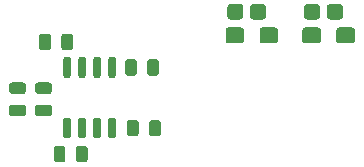
<source format=gtp>
G04 #@! TF.GenerationSoftware,KiCad,Pcbnew,(5.1.5-0)*
G04 #@! TF.CreationDate,2020-06-12T16:12:48+02:00*
G04 #@! TF.ProjectId,Ampli_IMS,416d706c-695f-4494-9d53-2e6b69636164,rev?*
G04 #@! TF.SameCoordinates,Original*
G04 #@! TF.FileFunction,Paste,Top*
G04 #@! TF.FilePolarity,Positive*
%FSLAX46Y46*%
G04 Gerber Fmt 4.6, Leading zero omitted, Abs format (unit mm)*
G04 Created by KiCad (PCBNEW (5.1.5-0)) date 2020-06-12 16:12:48*
%MOMM*%
%LPD*%
G04 APERTURE LIST*
%ADD10C,0.100000*%
G04 APERTURE END LIST*
D10*
G36*
X53562005Y-28826204D02*
G01*
X53586273Y-28829804D01*
X53610072Y-28835765D01*
X53633171Y-28844030D01*
X53655350Y-28854520D01*
X53676393Y-28867132D01*
X53696099Y-28881747D01*
X53714277Y-28898223D01*
X53730753Y-28916401D01*
X53745368Y-28936107D01*
X53757980Y-28957150D01*
X53768470Y-28979329D01*
X53776735Y-29002428D01*
X53782696Y-29026227D01*
X53786296Y-29050495D01*
X53787500Y-29074999D01*
X53787500Y-29925001D01*
X53786296Y-29949505D01*
X53782696Y-29973773D01*
X53776735Y-29997572D01*
X53768470Y-30020671D01*
X53757980Y-30042850D01*
X53745368Y-30063893D01*
X53730753Y-30083599D01*
X53714277Y-30101777D01*
X53696099Y-30118253D01*
X53676393Y-30132868D01*
X53655350Y-30145480D01*
X53633171Y-30155970D01*
X53610072Y-30164235D01*
X53586273Y-30170196D01*
X53562005Y-30173796D01*
X53537501Y-30175000D01*
X52462499Y-30175000D01*
X52437995Y-30173796D01*
X52413727Y-30170196D01*
X52389928Y-30164235D01*
X52366829Y-30155970D01*
X52344650Y-30145480D01*
X52323607Y-30132868D01*
X52303901Y-30118253D01*
X52285723Y-30101777D01*
X52269247Y-30083599D01*
X52254632Y-30063893D01*
X52242020Y-30042850D01*
X52231530Y-30020671D01*
X52223265Y-29997572D01*
X52217304Y-29973773D01*
X52213704Y-29949505D01*
X52212500Y-29925001D01*
X52212500Y-29074999D01*
X52213704Y-29050495D01*
X52217304Y-29026227D01*
X52223265Y-29002428D01*
X52231530Y-28979329D01*
X52242020Y-28957150D01*
X52254632Y-28936107D01*
X52269247Y-28916401D01*
X52285723Y-28898223D01*
X52303901Y-28881747D01*
X52323607Y-28867132D01*
X52344650Y-28854520D01*
X52366829Y-28844030D01*
X52389928Y-28835765D01*
X52413727Y-28829804D01*
X52437995Y-28826204D01*
X52462499Y-28825000D01*
X53537501Y-28825000D01*
X53562005Y-28826204D01*
G37*
G36*
X56437005Y-28826204D02*
G01*
X56461273Y-28829804D01*
X56485072Y-28835765D01*
X56508171Y-28844030D01*
X56530350Y-28854520D01*
X56551393Y-28867132D01*
X56571099Y-28881747D01*
X56589277Y-28898223D01*
X56605753Y-28916401D01*
X56620368Y-28936107D01*
X56632980Y-28957150D01*
X56643470Y-28979329D01*
X56651735Y-29002428D01*
X56657696Y-29026227D01*
X56661296Y-29050495D01*
X56662500Y-29074999D01*
X56662500Y-29925001D01*
X56661296Y-29949505D01*
X56657696Y-29973773D01*
X56651735Y-29997572D01*
X56643470Y-30020671D01*
X56632980Y-30042850D01*
X56620368Y-30063893D01*
X56605753Y-30083599D01*
X56589277Y-30101777D01*
X56571099Y-30118253D01*
X56551393Y-30132868D01*
X56530350Y-30145480D01*
X56508171Y-30155970D01*
X56485072Y-30164235D01*
X56461273Y-30170196D01*
X56437005Y-30173796D01*
X56412501Y-30175000D01*
X55337499Y-30175000D01*
X55312995Y-30173796D01*
X55288727Y-30170196D01*
X55264928Y-30164235D01*
X55241829Y-30155970D01*
X55219650Y-30145480D01*
X55198607Y-30132868D01*
X55178901Y-30118253D01*
X55160723Y-30101777D01*
X55144247Y-30083599D01*
X55129632Y-30063893D01*
X55117020Y-30042850D01*
X55106530Y-30020671D01*
X55098265Y-29997572D01*
X55092304Y-29973773D01*
X55088704Y-29949505D01*
X55087500Y-29925001D01*
X55087500Y-29074999D01*
X55088704Y-29050495D01*
X55092304Y-29026227D01*
X55098265Y-29002428D01*
X55106530Y-28979329D01*
X55117020Y-28957150D01*
X55129632Y-28936107D01*
X55144247Y-28916401D01*
X55160723Y-28898223D01*
X55178901Y-28881747D01*
X55198607Y-28867132D01*
X55219650Y-28854520D01*
X55241829Y-28844030D01*
X55264928Y-28835765D01*
X55288727Y-28829804D01*
X55312995Y-28826204D01*
X55337499Y-28825000D01*
X56412501Y-28825000D01*
X56437005Y-28826204D01*
G37*
G36*
X53474504Y-26851204D02*
G01*
X53498773Y-26854804D01*
X53522571Y-26860765D01*
X53545671Y-26869030D01*
X53567849Y-26879520D01*
X53588893Y-26892133D01*
X53608598Y-26906747D01*
X53626777Y-26923223D01*
X53643253Y-26941402D01*
X53657867Y-26961107D01*
X53670480Y-26982151D01*
X53680970Y-27004329D01*
X53689235Y-27027429D01*
X53695196Y-27051227D01*
X53698796Y-27075496D01*
X53700000Y-27100000D01*
X53700000Y-27900000D01*
X53698796Y-27924504D01*
X53695196Y-27948773D01*
X53689235Y-27972571D01*
X53680970Y-27995671D01*
X53670480Y-28017849D01*
X53657867Y-28038893D01*
X53643253Y-28058598D01*
X53626777Y-28076777D01*
X53608598Y-28093253D01*
X53588893Y-28107867D01*
X53567849Y-28120480D01*
X53545671Y-28130970D01*
X53522571Y-28139235D01*
X53498773Y-28145196D01*
X53474504Y-28148796D01*
X53450000Y-28150000D01*
X52625000Y-28150000D01*
X52600496Y-28148796D01*
X52576227Y-28145196D01*
X52552429Y-28139235D01*
X52529329Y-28130970D01*
X52507151Y-28120480D01*
X52486107Y-28107867D01*
X52466402Y-28093253D01*
X52448223Y-28076777D01*
X52431747Y-28058598D01*
X52417133Y-28038893D01*
X52404520Y-28017849D01*
X52394030Y-27995671D01*
X52385765Y-27972571D01*
X52379804Y-27948773D01*
X52376204Y-27924504D01*
X52375000Y-27900000D01*
X52375000Y-27100000D01*
X52376204Y-27075496D01*
X52379804Y-27051227D01*
X52385765Y-27027429D01*
X52394030Y-27004329D01*
X52404520Y-26982151D01*
X52417133Y-26961107D01*
X52431747Y-26941402D01*
X52448223Y-26923223D01*
X52466402Y-26906747D01*
X52486107Y-26892133D01*
X52507151Y-26879520D01*
X52529329Y-26869030D01*
X52552429Y-26860765D01*
X52576227Y-26854804D01*
X52600496Y-26851204D01*
X52625000Y-26850000D01*
X53450000Y-26850000D01*
X53474504Y-26851204D01*
G37*
G36*
X55399504Y-26851204D02*
G01*
X55423773Y-26854804D01*
X55447571Y-26860765D01*
X55470671Y-26869030D01*
X55492849Y-26879520D01*
X55513893Y-26892133D01*
X55533598Y-26906747D01*
X55551777Y-26923223D01*
X55568253Y-26941402D01*
X55582867Y-26961107D01*
X55595480Y-26982151D01*
X55605970Y-27004329D01*
X55614235Y-27027429D01*
X55620196Y-27051227D01*
X55623796Y-27075496D01*
X55625000Y-27100000D01*
X55625000Y-27900000D01*
X55623796Y-27924504D01*
X55620196Y-27948773D01*
X55614235Y-27972571D01*
X55605970Y-27995671D01*
X55595480Y-28017849D01*
X55582867Y-28038893D01*
X55568253Y-28058598D01*
X55551777Y-28076777D01*
X55533598Y-28093253D01*
X55513893Y-28107867D01*
X55492849Y-28120480D01*
X55470671Y-28130970D01*
X55447571Y-28139235D01*
X55423773Y-28145196D01*
X55399504Y-28148796D01*
X55375000Y-28150000D01*
X54550000Y-28150000D01*
X54525496Y-28148796D01*
X54501227Y-28145196D01*
X54477429Y-28139235D01*
X54454329Y-28130970D01*
X54432151Y-28120480D01*
X54411107Y-28107867D01*
X54391402Y-28093253D01*
X54373223Y-28076777D01*
X54356747Y-28058598D01*
X54342133Y-28038893D01*
X54329520Y-28017849D01*
X54319030Y-27995671D01*
X54310765Y-27972571D01*
X54304804Y-27948773D01*
X54301204Y-27924504D01*
X54300000Y-27900000D01*
X54300000Y-27100000D01*
X54301204Y-27075496D01*
X54304804Y-27051227D01*
X54310765Y-27027429D01*
X54319030Y-27004329D01*
X54329520Y-26982151D01*
X54342133Y-26961107D01*
X54356747Y-26941402D01*
X54373223Y-26923223D01*
X54391402Y-26906747D01*
X54411107Y-26892133D01*
X54432151Y-26879520D01*
X54454329Y-26869030D01*
X54477429Y-26860765D01*
X54501227Y-26854804D01*
X54525496Y-26851204D01*
X54550000Y-26850000D01*
X55375000Y-26850000D01*
X55399504Y-26851204D01*
G37*
G36*
X61899504Y-26851204D02*
G01*
X61923773Y-26854804D01*
X61947571Y-26860765D01*
X61970671Y-26869030D01*
X61992849Y-26879520D01*
X62013893Y-26892133D01*
X62033598Y-26906747D01*
X62051777Y-26923223D01*
X62068253Y-26941402D01*
X62082867Y-26961107D01*
X62095480Y-26982151D01*
X62105970Y-27004329D01*
X62114235Y-27027429D01*
X62120196Y-27051227D01*
X62123796Y-27075496D01*
X62125000Y-27100000D01*
X62125000Y-27900000D01*
X62123796Y-27924504D01*
X62120196Y-27948773D01*
X62114235Y-27972571D01*
X62105970Y-27995671D01*
X62095480Y-28017849D01*
X62082867Y-28038893D01*
X62068253Y-28058598D01*
X62051777Y-28076777D01*
X62033598Y-28093253D01*
X62013893Y-28107867D01*
X61992849Y-28120480D01*
X61970671Y-28130970D01*
X61947571Y-28139235D01*
X61923773Y-28145196D01*
X61899504Y-28148796D01*
X61875000Y-28150000D01*
X61050000Y-28150000D01*
X61025496Y-28148796D01*
X61001227Y-28145196D01*
X60977429Y-28139235D01*
X60954329Y-28130970D01*
X60932151Y-28120480D01*
X60911107Y-28107867D01*
X60891402Y-28093253D01*
X60873223Y-28076777D01*
X60856747Y-28058598D01*
X60842133Y-28038893D01*
X60829520Y-28017849D01*
X60819030Y-27995671D01*
X60810765Y-27972571D01*
X60804804Y-27948773D01*
X60801204Y-27924504D01*
X60800000Y-27900000D01*
X60800000Y-27100000D01*
X60801204Y-27075496D01*
X60804804Y-27051227D01*
X60810765Y-27027429D01*
X60819030Y-27004329D01*
X60829520Y-26982151D01*
X60842133Y-26961107D01*
X60856747Y-26941402D01*
X60873223Y-26923223D01*
X60891402Y-26906747D01*
X60911107Y-26892133D01*
X60932151Y-26879520D01*
X60954329Y-26869030D01*
X60977429Y-26860765D01*
X61001227Y-26854804D01*
X61025496Y-26851204D01*
X61050000Y-26850000D01*
X61875000Y-26850000D01*
X61899504Y-26851204D01*
G37*
G36*
X59974504Y-26851204D02*
G01*
X59998773Y-26854804D01*
X60022571Y-26860765D01*
X60045671Y-26869030D01*
X60067849Y-26879520D01*
X60088893Y-26892133D01*
X60108598Y-26906747D01*
X60126777Y-26923223D01*
X60143253Y-26941402D01*
X60157867Y-26961107D01*
X60170480Y-26982151D01*
X60180970Y-27004329D01*
X60189235Y-27027429D01*
X60195196Y-27051227D01*
X60198796Y-27075496D01*
X60200000Y-27100000D01*
X60200000Y-27900000D01*
X60198796Y-27924504D01*
X60195196Y-27948773D01*
X60189235Y-27972571D01*
X60180970Y-27995671D01*
X60170480Y-28017849D01*
X60157867Y-28038893D01*
X60143253Y-28058598D01*
X60126777Y-28076777D01*
X60108598Y-28093253D01*
X60088893Y-28107867D01*
X60067849Y-28120480D01*
X60045671Y-28130970D01*
X60022571Y-28139235D01*
X59998773Y-28145196D01*
X59974504Y-28148796D01*
X59950000Y-28150000D01*
X59125000Y-28150000D01*
X59100496Y-28148796D01*
X59076227Y-28145196D01*
X59052429Y-28139235D01*
X59029329Y-28130970D01*
X59007151Y-28120480D01*
X58986107Y-28107867D01*
X58966402Y-28093253D01*
X58948223Y-28076777D01*
X58931747Y-28058598D01*
X58917133Y-28038893D01*
X58904520Y-28017849D01*
X58894030Y-27995671D01*
X58885765Y-27972571D01*
X58879804Y-27948773D01*
X58876204Y-27924504D01*
X58875000Y-27900000D01*
X58875000Y-27100000D01*
X58876204Y-27075496D01*
X58879804Y-27051227D01*
X58885765Y-27027429D01*
X58894030Y-27004329D01*
X58904520Y-26982151D01*
X58917133Y-26961107D01*
X58931747Y-26941402D01*
X58948223Y-26923223D01*
X58966402Y-26906747D01*
X58986107Y-26892133D01*
X59007151Y-26879520D01*
X59029329Y-26869030D01*
X59052429Y-26860765D01*
X59076227Y-26854804D01*
X59100496Y-26851204D01*
X59125000Y-26850000D01*
X59950000Y-26850000D01*
X59974504Y-26851204D01*
G37*
G36*
X62937005Y-28826204D02*
G01*
X62961273Y-28829804D01*
X62985072Y-28835765D01*
X63008171Y-28844030D01*
X63030350Y-28854520D01*
X63051393Y-28867132D01*
X63071099Y-28881747D01*
X63089277Y-28898223D01*
X63105753Y-28916401D01*
X63120368Y-28936107D01*
X63132980Y-28957150D01*
X63143470Y-28979329D01*
X63151735Y-29002428D01*
X63157696Y-29026227D01*
X63161296Y-29050495D01*
X63162500Y-29074999D01*
X63162500Y-29925001D01*
X63161296Y-29949505D01*
X63157696Y-29973773D01*
X63151735Y-29997572D01*
X63143470Y-30020671D01*
X63132980Y-30042850D01*
X63120368Y-30063893D01*
X63105753Y-30083599D01*
X63089277Y-30101777D01*
X63071099Y-30118253D01*
X63051393Y-30132868D01*
X63030350Y-30145480D01*
X63008171Y-30155970D01*
X62985072Y-30164235D01*
X62961273Y-30170196D01*
X62937005Y-30173796D01*
X62912501Y-30175000D01*
X61837499Y-30175000D01*
X61812995Y-30173796D01*
X61788727Y-30170196D01*
X61764928Y-30164235D01*
X61741829Y-30155970D01*
X61719650Y-30145480D01*
X61698607Y-30132868D01*
X61678901Y-30118253D01*
X61660723Y-30101777D01*
X61644247Y-30083599D01*
X61629632Y-30063893D01*
X61617020Y-30042850D01*
X61606530Y-30020671D01*
X61598265Y-29997572D01*
X61592304Y-29973773D01*
X61588704Y-29949505D01*
X61587500Y-29925001D01*
X61587500Y-29074999D01*
X61588704Y-29050495D01*
X61592304Y-29026227D01*
X61598265Y-29002428D01*
X61606530Y-28979329D01*
X61617020Y-28957150D01*
X61629632Y-28936107D01*
X61644247Y-28916401D01*
X61660723Y-28898223D01*
X61678901Y-28881747D01*
X61698607Y-28867132D01*
X61719650Y-28854520D01*
X61741829Y-28844030D01*
X61764928Y-28835765D01*
X61788727Y-28829804D01*
X61812995Y-28826204D01*
X61837499Y-28825000D01*
X62912501Y-28825000D01*
X62937005Y-28826204D01*
G37*
G36*
X60062005Y-28826204D02*
G01*
X60086273Y-28829804D01*
X60110072Y-28835765D01*
X60133171Y-28844030D01*
X60155350Y-28854520D01*
X60176393Y-28867132D01*
X60196099Y-28881747D01*
X60214277Y-28898223D01*
X60230753Y-28916401D01*
X60245368Y-28936107D01*
X60257980Y-28957150D01*
X60268470Y-28979329D01*
X60276735Y-29002428D01*
X60282696Y-29026227D01*
X60286296Y-29050495D01*
X60287500Y-29074999D01*
X60287500Y-29925001D01*
X60286296Y-29949505D01*
X60282696Y-29973773D01*
X60276735Y-29997572D01*
X60268470Y-30020671D01*
X60257980Y-30042850D01*
X60245368Y-30063893D01*
X60230753Y-30083599D01*
X60214277Y-30101777D01*
X60196099Y-30118253D01*
X60176393Y-30132868D01*
X60155350Y-30145480D01*
X60133171Y-30155970D01*
X60110072Y-30164235D01*
X60086273Y-30170196D01*
X60062005Y-30173796D01*
X60037501Y-30175000D01*
X58962499Y-30175000D01*
X58937995Y-30173796D01*
X58913727Y-30170196D01*
X58889928Y-30164235D01*
X58866829Y-30155970D01*
X58844650Y-30145480D01*
X58823607Y-30132868D01*
X58803901Y-30118253D01*
X58785723Y-30101777D01*
X58769247Y-30083599D01*
X58754632Y-30063893D01*
X58742020Y-30042850D01*
X58731530Y-30020671D01*
X58723265Y-29997572D01*
X58717304Y-29973773D01*
X58713704Y-29949505D01*
X58712500Y-29925001D01*
X58712500Y-29074999D01*
X58713704Y-29050495D01*
X58717304Y-29026227D01*
X58723265Y-29002428D01*
X58731530Y-28979329D01*
X58742020Y-28957150D01*
X58754632Y-28936107D01*
X58769247Y-28916401D01*
X58785723Y-28898223D01*
X58803901Y-28881747D01*
X58823607Y-28867132D01*
X58844650Y-28854520D01*
X58866829Y-28844030D01*
X58889928Y-28835765D01*
X58913727Y-28829804D01*
X58937995Y-28826204D01*
X58962499Y-28825000D01*
X60037501Y-28825000D01*
X60062005Y-28826204D01*
G37*
G36*
X42764703Y-31325722D02*
G01*
X42779264Y-31327882D01*
X42793543Y-31331459D01*
X42807403Y-31336418D01*
X42820710Y-31342712D01*
X42833336Y-31350280D01*
X42845159Y-31359048D01*
X42856066Y-31368934D01*
X42865952Y-31379841D01*
X42874720Y-31391664D01*
X42882288Y-31404290D01*
X42888582Y-31417597D01*
X42893541Y-31431457D01*
X42897118Y-31445736D01*
X42899278Y-31460297D01*
X42900000Y-31475000D01*
X42900000Y-32925000D01*
X42899278Y-32939703D01*
X42897118Y-32954264D01*
X42893541Y-32968543D01*
X42888582Y-32982403D01*
X42882288Y-32995710D01*
X42874720Y-33008336D01*
X42865952Y-33020159D01*
X42856066Y-33031066D01*
X42845159Y-33040952D01*
X42833336Y-33049720D01*
X42820710Y-33057288D01*
X42807403Y-33063582D01*
X42793543Y-33068541D01*
X42779264Y-33072118D01*
X42764703Y-33074278D01*
X42750000Y-33075000D01*
X42450000Y-33075000D01*
X42435297Y-33074278D01*
X42420736Y-33072118D01*
X42406457Y-33068541D01*
X42392597Y-33063582D01*
X42379290Y-33057288D01*
X42366664Y-33049720D01*
X42354841Y-33040952D01*
X42343934Y-33031066D01*
X42334048Y-33020159D01*
X42325280Y-33008336D01*
X42317712Y-32995710D01*
X42311418Y-32982403D01*
X42306459Y-32968543D01*
X42302882Y-32954264D01*
X42300722Y-32939703D01*
X42300000Y-32925000D01*
X42300000Y-31475000D01*
X42300722Y-31460297D01*
X42302882Y-31445736D01*
X42306459Y-31431457D01*
X42311418Y-31417597D01*
X42317712Y-31404290D01*
X42325280Y-31391664D01*
X42334048Y-31379841D01*
X42343934Y-31368934D01*
X42354841Y-31359048D01*
X42366664Y-31350280D01*
X42379290Y-31342712D01*
X42392597Y-31336418D01*
X42406457Y-31331459D01*
X42420736Y-31327882D01*
X42435297Y-31325722D01*
X42450000Y-31325000D01*
X42750000Y-31325000D01*
X42764703Y-31325722D01*
G37*
G36*
X41494703Y-31325722D02*
G01*
X41509264Y-31327882D01*
X41523543Y-31331459D01*
X41537403Y-31336418D01*
X41550710Y-31342712D01*
X41563336Y-31350280D01*
X41575159Y-31359048D01*
X41586066Y-31368934D01*
X41595952Y-31379841D01*
X41604720Y-31391664D01*
X41612288Y-31404290D01*
X41618582Y-31417597D01*
X41623541Y-31431457D01*
X41627118Y-31445736D01*
X41629278Y-31460297D01*
X41630000Y-31475000D01*
X41630000Y-32925000D01*
X41629278Y-32939703D01*
X41627118Y-32954264D01*
X41623541Y-32968543D01*
X41618582Y-32982403D01*
X41612288Y-32995710D01*
X41604720Y-33008336D01*
X41595952Y-33020159D01*
X41586066Y-33031066D01*
X41575159Y-33040952D01*
X41563336Y-33049720D01*
X41550710Y-33057288D01*
X41537403Y-33063582D01*
X41523543Y-33068541D01*
X41509264Y-33072118D01*
X41494703Y-33074278D01*
X41480000Y-33075000D01*
X41180000Y-33075000D01*
X41165297Y-33074278D01*
X41150736Y-33072118D01*
X41136457Y-33068541D01*
X41122597Y-33063582D01*
X41109290Y-33057288D01*
X41096664Y-33049720D01*
X41084841Y-33040952D01*
X41073934Y-33031066D01*
X41064048Y-33020159D01*
X41055280Y-33008336D01*
X41047712Y-32995710D01*
X41041418Y-32982403D01*
X41036459Y-32968543D01*
X41032882Y-32954264D01*
X41030722Y-32939703D01*
X41030000Y-32925000D01*
X41030000Y-31475000D01*
X41030722Y-31460297D01*
X41032882Y-31445736D01*
X41036459Y-31431457D01*
X41041418Y-31417597D01*
X41047712Y-31404290D01*
X41055280Y-31391664D01*
X41064048Y-31379841D01*
X41073934Y-31368934D01*
X41084841Y-31359048D01*
X41096664Y-31350280D01*
X41109290Y-31342712D01*
X41122597Y-31336418D01*
X41136457Y-31331459D01*
X41150736Y-31327882D01*
X41165297Y-31325722D01*
X41180000Y-31325000D01*
X41480000Y-31325000D01*
X41494703Y-31325722D01*
G37*
G36*
X40224703Y-31325722D02*
G01*
X40239264Y-31327882D01*
X40253543Y-31331459D01*
X40267403Y-31336418D01*
X40280710Y-31342712D01*
X40293336Y-31350280D01*
X40305159Y-31359048D01*
X40316066Y-31368934D01*
X40325952Y-31379841D01*
X40334720Y-31391664D01*
X40342288Y-31404290D01*
X40348582Y-31417597D01*
X40353541Y-31431457D01*
X40357118Y-31445736D01*
X40359278Y-31460297D01*
X40360000Y-31475000D01*
X40360000Y-32925000D01*
X40359278Y-32939703D01*
X40357118Y-32954264D01*
X40353541Y-32968543D01*
X40348582Y-32982403D01*
X40342288Y-32995710D01*
X40334720Y-33008336D01*
X40325952Y-33020159D01*
X40316066Y-33031066D01*
X40305159Y-33040952D01*
X40293336Y-33049720D01*
X40280710Y-33057288D01*
X40267403Y-33063582D01*
X40253543Y-33068541D01*
X40239264Y-33072118D01*
X40224703Y-33074278D01*
X40210000Y-33075000D01*
X39910000Y-33075000D01*
X39895297Y-33074278D01*
X39880736Y-33072118D01*
X39866457Y-33068541D01*
X39852597Y-33063582D01*
X39839290Y-33057288D01*
X39826664Y-33049720D01*
X39814841Y-33040952D01*
X39803934Y-33031066D01*
X39794048Y-33020159D01*
X39785280Y-33008336D01*
X39777712Y-32995710D01*
X39771418Y-32982403D01*
X39766459Y-32968543D01*
X39762882Y-32954264D01*
X39760722Y-32939703D01*
X39760000Y-32925000D01*
X39760000Y-31475000D01*
X39760722Y-31460297D01*
X39762882Y-31445736D01*
X39766459Y-31431457D01*
X39771418Y-31417597D01*
X39777712Y-31404290D01*
X39785280Y-31391664D01*
X39794048Y-31379841D01*
X39803934Y-31368934D01*
X39814841Y-31359048D01*
X39826664Y-31350280D01*
X39839290Y-31342712D01*
X39852597Y-31336418D01*
X39866457Y-31331459D01*
X39880736Y-31327882D01*
X39895297Y-31325722D01*
X39910000Y-31325000D01*
X40210000Y-31325000D01*
X40224703Y-31325722D01*
G37*
G36*
X38954703Y-31325722D02*
G01*
X38969264Y-31327882D01*
X38983543Y-31331459D01*
X38997403Y-31336418D01*
X39010710Y-31342712D01*
X39023336Y-31350280D01*
X39035159Y-31359048D01*
X39046066Y-31368934D01*
X39055952Y-31379841D01*
X39064720Y-31391664D01*
X39072288Y-31404290D01*
X39078582Y-31417597D01*
X39083541Y-31431457D01*
X39087118Y-31445736D01*
X39089278Y-31460297D01*
X39090000Y-31475000D01*
X39090000Y-32925000D01*
X39089278Y-32939703D01*
X39087118Y-32954264D01*
X39083541Y-32968543D01*
X39078582Y-32982403D01*
X39072288Y-32995710D01*
X39064720Y-33008336D01*
X39055952Y-33020159D01*
X39046066Y-33031066D01*
X39035159Y-33040952D01*
X39023336Y-33049720D01*
X39010710Y-33057288D01*
X38997403Y-33063582D01*
X38983543Y-33068541D01*
X38969264Y-33072118D01*
X38954703Y-33074278D01*
X38940000Y-33075000D01*
X38640000Y-33075000D01*
X38625297Y-33074278D01*
X38610736Y-33072118D01*
X38596457Y-33068541D01*
X38582597Y-33063582D01*
X38569290Y-33057288D01*
X38556664Y-33049720D01*
X38544841Y-33040952D01*
X38533934Y-33031066D01*
X38524048Y-33020159D01*
X38515280Y-33008336D01*
X38507712Y-32995710D01*
X38501418Y-32982403D01*
X38496459Y-32968543D01*
X38492882Y-32954264D01*
X38490722Y-32939703D01*
X38490000Y-32925000D01*
X38490000Y-31475000D01*
X38490722Y-31460297D01*
X38492882Y-31445736D01*
X38496459Y-31431457D01*
X38501418Y-31417597D01*
X38507712Y-31404290D01*
X38515280Y-31391664D01*
X38524048Y-31379841D01*
X38533934Y-31368934D01*
X38544841Y-31359048D01*
X38556664Y-31350280D01*
X38569290Y-31342712D01*
X38582597Y-31336418D01*
X38596457Y-31331459D01*
X38610736Y-31327882D01*
X38625297Y-31325722D01*
X38640000Y-31325000D01*
X38940000Y-31325000D01*
X38954703Y-31325722D01*
G37*
G36*
X38954703Y-36475722D02*
G01*
X38969264Y-36477882D01*
X38983543Y-36481459D01*
X38997403Y-36486418D01*
X39010710Y-36492712D01*
X39023336Y-36500280D01*
X39035159Y-36509048D01*
X39046066Y-36518934D01*
X39055952Y-36529841D01*
X39064720Y-36541664D01*
X39072288Y-36554290D01*
X39078582Y-36567597D01*
X39083541Y-36581457D01*
X39087118Y-36595736D01*
X39089278Y-36610297D01*
X39090000Y-36625000D01*
X39090000Y-38075000D01*
X39089278Y-38089703D01*
X39087118Y-38104264D01*
X39083541Y-38118543D01*
X39078582Y-38132403D01*
X39072288Y-38145710D01*
X39064720Y-38158336D01*
X39055952Y-38170159D01*
X39046066Y-38181066D01*
X39035159Y-38190952D01*
X39023336Y-38199720D01*
X39010710Y-38207288D01*
X38997403Y-38213582D01*
X38983543Y-38218541D01*
X38969264Y-38222118D01*
X38954703Y-38224278D01*
X38940000Y-38225000D01*
X38640000Y-38225000D01*
X38625297Y-38224278D01*
X38610736Y-38222118D01*
X38596457Y-38218541D01*
X38582597Y-38213582D01*
X38569290Y-38207288D01*
X38556664Y-38199720D01*
X38544841Y-38190952D01*
X38533934Y-38181066D01*
X38524048Y-38170159D01*
X38515280Y-38158336D01*
X38507712Y-38145710D01*
X38501418Y-38132403D01*
X38496459Y-38118543D01*
X38492882Y-38104264D01*
X38490722Y-38089703D01*
X38490000Y-38075000D01*
X38490000Y-36625000D01*
X38490722Y-36610297D01*
X38492882Y-36595736D01*
X38496459Y-36581457D01*
X38501418Y-36567597D01*
X38507712Y-36554290D01*
X38515280Y-36541664D01*
X38524048Y-36529841D01*
X38533934Y-36518934D01*
X38544841Y-36509048D01*
X38556664Y-36500280D01*
X38569290Y-36492712D01*
X38582597Y-36486418D01*
X38596457Y-36481459D01*
X38610736Y-36477882D01*
X38625297Y-36475722D01*
X38640000Y-36475000D01*
X38940000Y-36475000D01*
X38954703Y-36475722D01*
G37*
G36*
X40224703Y-36475722D02*
G01*
X40239264Y-36477882D01*
X40253543Y-36481459D01*
X40267403Y-36486418D01*
X40280710Y-36492712D01*
X40293336Y-36500280D01*
X40305159Y-36509048D01*
X40316066Y-36518934D01*
X40325952Y-36529841D01*
X40334720Y-36541664D01*
X40342288Y-36554290D01*
X40348582Y-36567597D01*
X40353541Y-36581457D01*
X40357118Y-36595736D01*
X40359278Y-36610297D01*
X40360000Y-36625000D01*
X40360000Y-38075000D01*
X40359278Y-38089703D01*
X40357118Y-38104264D01*
X40353541Y-38118543D01*
X40348582Y-38132403D01*
X40342288Y-38145710D01*
X40334720Y-38158336D01*
X40325952Y-38170159D01*
X40316066Y-38181066D01*
X40305159Y-38190952D01*
X40293336Y-38199720D01*
X40280710Y-38207288D01*
X40267403Y-38213582D01*
X40253543Y-38218541D01*
X40239264Y-38222118D01*
X40224703Y-38224278D01*
X40210000Y-38225000D01*
X39910000Y-38225000D01*
X39895297Y-38224278D01*
X39880736Y-38222118D01*
X39866457Y-38218541D01*
X39852597Y-38213582D01*
X39839290Y-38207288D01*
X39826664Y-38199720D01*
X39814841Y-38190952D01*
X39803934Y-38181066D01*
X39794048Y-38170159D01*
X39785280Y-38158336D01*
X39777712Y-38145710D01*
X39771418Y-38132403D01*
X39766459Y-38118543D01*
X39762882Y-38104264D01*
X39760722Y-38089703D01*
X39760000Y-38075000D01*
X39760000Y-36625000D01*
X39760722Y-36610297D01*
X39762882Y-36595736D01*
X39766459Y-36581457D01*
X39771418Y-36567597D01*
X39777712Y-36554290D01*
X39785280Y-36541664D01*
X39794048Y-36529841D01*
X39803934Y-36518934D01*
X39814841Y-36509048D01*
X39826664Y-36500280D01*
X39839290Y-36492712D01*
X39852597Y-36486418D01*
X39866457Y-36481459D01*
X39880736Y-36477882D01*
X39895297Y-36475722D01*
X39910000Y-36475000D01*
X40210000Y-36475000D01*
X40224703Y-36475722D01*
G37*
G36*
X41494703Y-36475722D02*
G01*
X41509264Y-36477882D01*
X41523543Y-36481459D01*
X41537403Y-36486418D01*
X41550710Y-36492712D01*
X41563336Y-36500280D01*
X41575159Y-36509048D01*
X41586066Y-36518934D01*
X41595952Y-36529841D01*
X41604720Y-36541664D01*
X41612288Y-36554290D01*
X41618582Y-36567597D01*
X41623541Y-36581457D01*
X41627118Y-36595736D01*
X41629278Y-36610297D01*
X41630000Y-36625000D01*
X41630000Y-38075000D01*
X41629278Y-38089703D01*
X41627118Y-38104264D01*
X41623541Y-38118543D01*
X41618582Y-38132403D01*
X41612288Y-38145710D01*
X41604720Y-38158336D01*
X41595952Y-38170159D01*
X41586066Y-38181066D01*
X41575159Y-38190952D01*
X41563336Y-38199720D01*
X41550710Y-38207288D01*
X41537403Y-38213582D01*
X41523543Y-38218541D01*
X41509264Y-38222118D01*
X41494703Y-38224278D01*
X41480000Y-38225000D01*
X41180000Y-38225000D01*
X41165297Y-38224278D01*
X41150736Y-38222118D01*
X41136457Y-38218541D01*
X41122597Y-38213582D01*
X41109290Y-38207288D01*
X41096664Y-38199720D01*
X41084841Y-38190952D01*
X41073934Y-38181066D01*
X41064048Y-38170159D01*
X41055280Y-38158336D01*
X41047712Y-38145710D01*
X41041418Y-38132403D01*
X41036459Y-38118543D01*
X41032882Y-38104264D01*
X41030722Y-38089703D01*
X41030000Y-38075000D01*
X41030000Y-36625000D01*
X41030722Y-36610297D01*
X41032882Y-36595736D01*
X41036459Y-36581457D01*
X41041418Y-36567597D01*
X41047712Y-36554290D01*
X41055280Y-36541664D01*
X41064048Y-36529841D01*
X41073934Y-36518934D01*
X41084841Y-36509048D01*
X41096664Y-36500280D01*
X41109290Y-36492712D01*
X41122597Y-36486418D01*
X41136457Y-36481459D01*
X41150736Y-36477882D01*
X41165297Y-36475722D01*
X41180000Y-36475000D01*
X41480000Y-36475000D01*
X41494703Y-36475722D01*
G37*
G36*
X42764703Y-36475722D02*
G01*
X42779264Y-36477882D01*
X42793543Y-36481459D01*
X42807403Y-36486418D01*
X42820710Y-36492712D01*
X42833336Y-36500280D01*
X42845159Y-36509048D01*
X42856066Y-36518934D01*
X42865952Y-36529841D01*
X42874720Y-36541664D01*
X42882288Y-36554290D01*
X42888582Y-36567597D01*
X42893541Y-36581457D01*
X42897118Y-36595736D01*
X42899278Y-36610297D01*
X42900000Y-36625000D01*
X42900000Y-38075000D01*
X42899278Y-38089703D01*
X42897118Y-38104264D01*
X42893541Y-38118543D01*
X42888582Y-38132403D01*
X42882288Y-38145710D01*
X42874720Y-38158336D01*
X42865952Y-38170159D01*
X42856066Y-38181066D01*
X42845159Y-38190952D01*
X42833336Y-38199720D01*
X42820710Y-38207288D01*
X42807403Y-38213582D01*
X42793543Y-38218541D01*
X42779264Y-38222118D01*
X42764703Y-38224278D01*
X42750000Y-38225000D01*
X42450000Y-38225000D01*
X42435297Y-38224278D01*
X42420736Y-38222118D01*
X42406457Y-38218541D01*
X42392597Y-38213582D01*
X42379290Y-38207288D01*
X42366664Y-38199720D01*
X42354841Y-38190952D01*
X42343934Y-38181066D01*
X42334048Y-38170159D01*
X42325280Y-38158336D01*
X42317712Y-38145710D01*
X42311418Y-38132403D01*
X42306459Y-38118543D01*
X42302882Y-38104264D01*
X42300722Y-38089703D01*
X42300000Y-38075000D01*
X42300000Y-36625000D01*
X42300722Y-36610297D01*
X42302882Y-36595736D01*
X42306459Y-36581457D01*
X42311418Y-36567597D01*
X42317712Y-36554290D01*
X42325280Y-36541664D01*
X42334048Y-36529841D01*
X42343934Y-36518934D01*
X42354841Y-36509048D01*
X42366664Y-36500280D01*
X42379290Y-36492712D01*
X42392597Y-36486418D01*
X42406457Y-36481459D01*
X42420736Y-36477882D01*
X42435297Y-36475722D01*
X42450000Y-36475000D01*
X42750000Y-36475000D01*
X42764703Y-36475722D01*
G37*
G36*
X44467642Y-31501174D02*
G01*
X44491303Y-31504684D01*
X44514507Y-31510496D01*
X44537029Y-31518554D01*
X44558653Y-31528782D01*
X44579170Y-31541079D01*
X44598383Y-31555329D01*
X44616107Y-31571393D01*
X44632171Y-31589117D01*
X44646421Y-31608330D01*
X44658718Y-31628847D01*
X44668946Y-31650471D01*
X44677004Y-31672993D01*
X44682816Y-31696197D01*
X44686326Y-31719858D01*
X44687500Y-31743750D01*
X44687500Y-32656250D01*
X44686326Y-32680142D01*
X44682816Y-32703803D01*
X44677004Y-32727007D01*
X44668946Y-32749529D01*
X44658718Y-32771153D01*
X44646421Y-32791670D01*
X44632171Y-32810883D01*
X44616107Y-32828607D01*
X44598383Y-32844671D01*
X44579170Y-32858921D01*
X44558653Y-32871218D01*
X44537029Y-32881446D01*
X44514507Y-32889504D01*
X44491303Y-32895316D01*
X44467642Y-32898826D01*
X44443750Y-32900000D01*
X43956250Y-32900000D01*
X43932358Y-32898826D01*
X43908697Y-32895316D01*
X43885493Y-32889504D01*
X43862971Y-32881446D01*
X43841347Y-32871218D01*
X43820830Y-32858921D01*
X43801617Y-32844671D01*
X43783893Y-32828607D01*
X43767829Y-32810883D01*
X43753579Y-32791670D01*
X43741282Y-32771153D01*
X43731054Y-32749529D01*
X43722996Y-32727007D01*
X43717184Y-32703803D01*
X43713674Y-32680142D01*
X43712500Y-32656250D01*
X43712500Y-31743750D01*
X43713674Y-31719858D01*
X43717184Y-31696197D01*
X43722996Y-31672993D01*
X43731054Y-31650471D01*
X43741282Y-31628847D01*
X43753579Y-31608330D01*
X43767829Y-31589117D01*
X43783893Y-31571393D01*
X43801617Y-31555329D01*
X43820830Y-31541079D01*
X43841347Y-31528782D01*
X43862971Y-31518554D01*
X43885493Y-31510496D01*
X43908697Y-31504684D01*
X43932358Y-31501174D01*
X43956250Y-31500000D01*
X44443750Y-31500000D01*
X44467642Y-31501174D01*
G37*
G36*
X46342642Y-31501174D02*
G01*
X46366303Y-31504684D01*
X46389507Y-31510496D01*
X46412029Y-31518554D01*
X46433653Y-31528782D01*
X46454170Y-31541079D01*
X46473383Y-31555329D01*
X46491107Y-31571393D01*
X46507171Y-31589117D01*
X46521421Y-31608330D01*
X46533718Y-31628847D01*
X46543946Y-31650471D01*
X46552004Y-31672993D01*
X46557816Y-31696197D01*
X46561326Y-31719858D01*
X46562500Y-31743750D01*
X46562500Y-32656250D01*
X46561326Y-32680142D01*
X46557816Y-32703803D01*
X46552004Y-32727007D01*
X46543946Y-32749529D01*
X46533718Y-32771153D01*
X46521421Y-32791670D01*
X46507171Y-32810883D01*
X46491107Y-32828607D01*
X46473383Y-32844671D01*
X46454170Y-32858921D01*
X46433653Y-32871218D01*
X46412029Y-32881446D01*
X46389507Y-32889504D01*
X46366303Y-32895316D01*
X46342642Y-32898826D01*
X46318750Y-32900000D01*
X45831250Y-32900000D01*
X45807358Y-32898826D01*
X45783697Y-32895316D01*
X45760493Y-32889504D01*
X45737971Y-32881446D01*
X45716347Y-32871218D01*
X45695830Y-32858921D01*
X45676617Y-32844671D01*
X45658893Y-32828607D01*
X45642829Y-32810883D01*
X45628579Y-32791670D01*
X45616282Y-32771153D01*
X45606054Y-32749529D01*
X45597996Y-32727007D01*
X45592184Y-32703803D01*
X45588674Y-32680142D01*
X45587500Y-32656250D01*
X45587500Y-31743750D01*
X45588674Y-31719858D01*
X45592184Y-31696197D01*
X45597996Y-31672993D01*
X45606054Y-31650471D01*
X45616282Y-31628847D01*
X45628579Y-31608330D01*
X45642829Y-31589117D01*
X45658893Y-31571393D01*
X45676617Y-31555329D01*
X45695830Y-31541079D01*
X45716347Y-31528782D01*
X45737971Y-31518554D01*
X45760493Y-31510496D01*
X45783697Y-31504684D01*
X45807358Y-31501174D01*
X45831250Y-31500000D01*
X46318750Y-31500000D01*
X46342642Y-31501174D01*
G37*
G36*
X40305142Y-38851174D02*
G01*
X40328803Y-38854684D01*
X40352007Y-38860496D01*
X40374529Y-38868554D01*
X40396153Y-38878782D01*
X40416670Y-38891079D01*
X40435883Y-38905329D01*
X40453607Y-38921393D01*
X40469671Y-38939117D01*
X40483921Y-38958330D01*
X40496218Y-38978847D01*
X40506446Y-39000471D01*
X40514504Y-39022993D01*
X40520316Y-39046197D01*
X40523826Y-39069858D01*
X40525000Y-39093750D01*
X40525000Y-40006250D01*
X40523826Y-40030142D01*
X40520316Y-40053803D01*
X40514504Y-40077007D01*
X40506446Y-40099529D01*
X40496218Y-40121153D01*
X40483921Y-40141670D01*
X40469671Y-40160883D01*
X40453607Y-40178607D01*
X40435883Y-40194671D01*
X40416670Y-40208921D01*
X40396153Y-40221218D01*
X40374529Y-40231446D01*
X40352007Y-40239504D01*
X40328803Y-40245316D01*
X40305142Y-40248826D01*
X40281250Y-40250000D01*
X39793750Y-40250000D01*
X39769858Y-40248826D01*
X39746197Y-40245316D01*
X39722993Y-40239504D01*
X39700471Y-40231446D01*
X39678847Y-40221218D01*
X39658330Y-40208921D01*
X39639117Y-40194671D01*
X39621393Y-40178607D01*
X39605329Y-40160883D01*
X39591079Y-40141670D01*
X39578782Y-40121153D01*
X39568554Y-40099529D01*
X39560496Y-40077007D01*
X39554684Y-40053803D01*
X39551174Y-40030142D01*
X39550000Y-40006250D01*
X39550000Y-39093750D01*
X39551174Y-39069858D01*
X39554684Y-39046197D01*
X39560496Y-39022993D01*
X39568554Y-39000471D01*
X39578782Y-38978847D01*
X39591079Y-38958330D01*
X39605329Y-38939117D01*
X39621393Y-38921393D01*
X39639117Y-38905329D01*
X39658330Y-38891079D01*
X39678847Y-38878782D01*
X39700471Y-38868554D01*
X39722993Y-38860496D01*
X39746197Y-38854684D01*
X39769858Y-38851174D01*
X39793750Y-38850000D01*
X40281250Y-38850000D01*
X40305142Y-38851174D01*
G37*
G36*
X38430142Y-38851174D02*
G01*
X38453803Y-38854684D01*
X38477007Y-38860496D01*
X38499529Y-38868554D01*
X38521153Y-38878782D01*
X38541670Y-38891079D01*
X38560883Y-38905329D01*
X38578607Y-38921393D01*
X38594671Y-38939117D01*
X38608921Y-38958330D01*
X38621218Y-38978847D01*
X38631446Y-39000471D01*
X38639504Y-39022993D01*
X38645316Y-39046197D01*
X38648826Y-39069858D01*
X38650000Y-39093750D01*
X38650000Y-40006250D01*
X38648826Y-40030142D01*
X38645316Y-40053803D01*
X38639504Y-40077007D01*
X38631446Y-40099529D01*
X38621218Y-40121153D01*
X38608921Y-40141670D01*
X38594671Y-40160883D01*
X38578607Y-40178607D01*
X38560883Y-40194671D01*
X38541670Y-40208921D01*
X38521153Y-40221218D01*
X38499529Y-40231446D01*
X38477007Y-40239504D01*
X38453803Y-40245316D01*
X38430142Y-40248826D01*
X38406250Y-40250000D01*
X37918750Y-40250000D01*
X37894858Y-40248826D01*
X37871197Y-40245316D01*
X37847993Y-40239504D01*
X37825471Y-40231446D01*
X37803847Y-40221218D01*
X37783330Y-40208921D01*
X37764117Y-40194671D01*
X37746393Y-40178607D01*
X37730329Y-40160883D01*
X37716079Y-40141670D01*
X37703782Y-40121153D01*
X37693554Y-40099529D01*
X37685496Y-40077007D01*
X37679684Y-40053803D01*
X37676174Y-40030142D01*
X37675000Y-40006250D01*
X37675000Y-39093750D01*
X37676174Y-39069858D01*
X37679684Y-39046197D01*
X37685496Y-39022993D01*
X37693554Y-39000471D01*
X37703782Y-38978847D01*
X37716079Y-38958330D01*
X37730329Y-38939117D01*
X37746393Y-38921393D01*
X37764117Y-38905329D01*
X37783330Y-38891079D01*
X37803847Y-38878782D01*
X37825471Y-38868554D01*
X37847993Y-38860496D01*
X37871197Y-38854684D01*
X37894858Y-38851174D01*
X37918750Y-38850000D01*
X38406250Y-38850000D01*
X38430142Y-38851174D01*
G37*
G36*
X35080142Y-33476174D02*
G01*
X35103803Y-33479684D01*
X35127007Y-33485496D01*
X35149529Y-33493554D01*
X35171153Y-33503782D01*
X35191670Y-33516079D01*
X35210883Y-33530329D01*
X35228607Y-33546393D01*
X35244671Y-33564117D01*
X35258921Y-33583330D01*
X35271218Y-33603847D01*
X35281446Y-33625471D01*
X35289504Y-33647993D01*
X35295316Y-33671197D01*
X35298826Y-33694858D01*
X35300000Y-33718750D01*
X35300000Y-34206250D01*
X35298826Y-34230142D01*
X35295316Y-34253803D01*
X35289504Y-34277007D01*
X35281446Y-34299529D01*
X35271218Y-34321153D01*
X35258921Y-34341670D01*
X35244671Y-34360883D01*
X35228607Y-34378607D01*
X35210883Y-34394671D01*
X35191670Y-34408921D01*
X35171153Y-34421218D01*
X35149529Y-34431446D01*
X35127007Y-34439504D01*
X35103803Y-34445316D01*
X35080142Y-34448826D01*
X35056250Y-34450000D01*
X34143750Y-34450000D01*
X34119858Y-34448826D01*
X34096197Y-34445316D01*
X34072993Y-34439504D01*
X34050471Y-34431446D01*
X34028847Y-34421218D01*
X34008330Y-34408921D01*
X33989117Y-34394671D01*
X33971393Y-34378607D01*
X33955329Y-34360883D01*
X33941079Y-34341670D01*
X33928782Y-34321153D01*
X33918554Y-34299529D01*
X33910496Y-34277007D01*
X33904684Y-34253803D01*
X33901174Y-34230142D01*
X33900000Y-34206250D01*
X33900000Y-33718750D01*
X33901174Y-33694858D01*
X33904684Y-33671197D01*
X33910496Y-33647993D01*
X33918554Y-33625471D01*
X33928782Y-33603847D01*
X33941079Y-33583330D01*
X33955329Y-33564117D01*
X33971393Y-33546393D01*
X33989117Y-33530329D01*
X34008330Y-33516079D01*
X34028847Y-33503782D01*
X34050471Y-33493554D01*
X34072993Y-33485496D01*
X34096197Y-33479684D01*
X34119858Y-33476174D01*
X34143750Y-33475000D01*
X35056250Y-33475000D01*
X35080142Y-33476174D01*
G37*
G36*
X35080142Y-35351174D02*
G01*
X35103803Y-35354684D01*
X35127007Y-35360496D01*
X35149529Y-35368554D01*
X35171153Y-35378782D01*
X35191670Y-35391079D01*
X35210883Y-35405329D01*
X35228607Y-35421393D01*
X35244671Y-35439117D01*
X35258921Y-35458330D01*
X35271218Y-35478847D01*
X35281446Y-35500471D01*
X35289504Y-35522993D01*
X35295316Y-35546197D01*
X35298826Y-35569858D01*
X35300000Y-35593750D01*
X35300000Y-36081250D01*
X35298826Y-36105142D01*
X35295316Y-36128803D01*
X35289504Y-36152007D01*
X35281446Y-36174529D01*
X35271218Y-36196153D01*
X35258921Y-36216670D01*
X35244671Y-36235883D01*
X35228607Y-36253607D01*
X35210883Y-36269671D01*
X35191670Y-36283921D01*
X35171153Y-36296218D01*
X35149529Y-36306446D01*
X35127007Y-36314504D01*
X35103803Y-36320316D01*
X35080142Y-36323826D01*
X35056250Y-36325000D01*
X34143750Y-36325000D01*
X34119858Y-36323826D01*
X34096197Y-36320316D01*
X34072993Y-36314504D01*
X34050471Y-36306446D01*
X34028847Y-36296218D01*
X34008330Y-36283921D01*
X33989117Y-36269671D01*
X33971393Y-36253607D01*
X33955329Y-36235883D01*
X33941079Y-36216670D01*
X33928782Y-36196153D01*
X33918554Y-36174529D01*
X33910496Y-36152007D01*
X33904684Y-36128803D01*
X33901174Y-36105142D01*
X33900000Y-36081250D01*
X33900000Y-35593750D01*
X33901174Y-35569858D01*
X33904684Y-35546197D01*
X33910496Y-35522993D01*
X33918554Y-35500471D01*
X33928782Y-35478847D01*
X33941079Y-35458330D01*
X33955329Y-35439117D01*
X33971393Y-35421393D01*
X33989117Y-35405329D01*
X34008330Y-35391079D01*
X34028847Y-35378782D01*
X34050471Y-35368554D01*
X34072993Y-35360496D01*
X34096197Y-35354684D01*
X34119858Y-35351174D01*
X34143750Y-35350000D01*
X35056250Y-35350000D01*
X35080142Y-35351174D01*
G37*
G36*
X39067642Y-29351174D02*
G01*
X39091303Y-29354684D01*
X39114507Y-29360496D01*
X39137029Y-29368554D01*
X39158653Y-29378782D01*
X39179170Y-29391079D01*
X39198383Y-29405329D01*
X39216107Y-29421393D01*
X39232171Y-29439117D01*
X39246421Y-29458330D01*
X39258718Y-29478847D01*
X39268946Y-29500471D01*
X39277004Y-29522993D01*
X39282816Y-29546197D01*
X39286326Y-29569858D01*
X39287500Y-29593750D01*
X39287500Y-30506250D01*
X39286326Y-30530142D01*
X39282816Y-30553803D01*
X39277004Y-30577007D01*
X39268946Y-30599529D01*
X39258718Y-30621153D01*
X39246421Y-30641670D01*
X39232171Y-30660883D01*
X39216107Y-30678607D01*
X39198383Y-30694671D01*
X39179170Y-30708921D01*
X39158653Y-30721218D01*
X39137029Y-30731446D01*
X39114507Y-30739504D01*
X39091303Y-30745316D01*
X39067642Y-30748826D01*
X39043750Y-30750000D01*
X38556250Y-30750000D01*
X38532358Y-30748826D01*
X38508697Y-30745316D01*
X38485493Y-30739504D01*
X38462971Y-30731446D01*
X38441347Y-30721218D01*
X38420830Y-30708921D01*
X38401617Y-30694671D01*
X38383893Y-30678607D01*
X38367829Y-30660883D01*
X38353579Y-30641670D01*
X38341282Y-30621153D01*
X38331054Y-30599529D01*
X38322996Y-30577007D01*
X38317184Y-30553803D01*
X38313674Y-30530142D01*
X38312500Y-30506250D01*
X38312500Y-29593750D01*
X38313674Y-29569858D01*
X38317184Y-29546197D01*
X38322996Y-29522993D01*
X38331054Y-29500471D01*
X38341282Y-29478847D01*
X38353579Y-29458330D01*
X38367829Y-29439117D01*
X38383893Y-29421393D01*
X38401617Y-29405329D01*
X38420830Y-29391079D01*
X38441347Y-29378782D01*
X38462971Y-29368554D01*
X38485493Y-29360496D01*
X38508697Y-29354684D01*
X38532358Y-29351174D01*
X38556250Y-29350000D01*
X39043750Y-29350000D01*
X39067642Y-29351174D01*
G37*
G36*
X37192642Y-29351174D02*
G01*
X37216303Y-29354684D01*
X37239507Y-29360496D01*
X37262029Y-29368554D01*
X37283653Y-29378782D01*
X37304170Y-29391079D01*
X37323383Y-29405329D01*
X37341107Y-29421393D01*
X37357171Y-29439117D01*
X37371421Y-29458330D01*
X37383718Y-29478847D01*
X37393946Y-29500471D01*
X37402004Y-29522993D01*
X37407816Y-29546197D01*
X37411326Y-29569858D01*
X37412500Y-29593750D01*
X37412500Y-30506250D01*
X37411326Y-30530142D01*
X37407816Y-30553803D01*
X37402004Y-30577007D01*
X37393946Y-30599529D01*
X37383718Y-30621153D01*
X37371421Y-30641670D01*
X37357171Y-30660883D01*
X37341107Y-30678607D01*
X37323383Y-30694671D01*
X37304170Y-30708921D01*
X37283653Y-30721218D01*
X37262029Y-30731446D01*
X37239507Y-30739504D01*
X37216303Y-30745316D01*
X37192642Y-30748826D01*
X37168750Y-30750000D01*
X36681250Y-30750000D01*
X36657358Y-30748826D01*
X36633697Y-30745316D01*
X36610493Y-30739504D01*
X36587971Y-30731446D01*
X36566347Y-30721218D01*
X36545830Y-30708921D01*
X36526617Y-30694671D01*
X36508893Y-30678607D01*
X36492829Y-30660883D01*
X36478579Y-30641670D01*
X36466282Y-30621153D01*
X36456054Y-30599529D01*
X36447996Y-30577007D01*
X36442184Y-30553803D01*
X36438674Y-30530142D01*
X36437500Y-30506250D01*
X36437500Y-29593750D01*
X36438674Y-29569858D01*
X36442184Y-29546197D01*
X36447996Y-29522993D01*
X36456054Y-29500471D01*
X36466282Y-29478847D01*
X36478579Y-29458330D01*
X36492829Y-29439117D01*
X36508893Y-29421393D01*
X36526617Y-29405329D01*
X36545830Y-29391079D01*
X36566347Y-29378782D01*
X36587971Y-29368554D01*
X36610493Y-29360496D01*
X36633697Y-29354684D01*
X36657358Y-29351174D01*
X36681250Y-29350000D01*
X37168750Y-29350000D01*
X37192642Y-29351174D01*
G37*
G36*
X44630142Y-36651174D02*
G01*
X44653803Y-36654684D01*
X44677007Y-36660496D01*
X44699529Y-36668554D01*
X44721153Y-36678782D01*
X44741670Y-36691079D01*
X44760883Y-36705329D01*
X44778607Y-36721393D01*
X44794671Y-36739117D01*
X44808921Y-36758330D01*
X44821218Y-36778847D01*
X44831446Y-36800471D01*
X44839504Y-36822993D01*
X44845316Y-36846197D01*
X44848826Y-36869858D01*
X44850000Y-36893750D01*
X44850000Y-37806250D01*
X44848826Y-37830142D01*
X44845316Y-37853803D01*
X44839504Y-37877007D01*
X44831446Y-37899529D01*
X44821218Y-37921153D01*
X44808921Y-37941670D01*
X44794671Y-37960883D01*
X44778607Y-37978607D01*
X44760883Y-37994671D01*
X44741670Y-38008921D01*
X44721153Y-38021218D01*
X44699529Y-38031446D01*
X44677007Y-38039504D01*
X44653803Y-38045316D01*
X44630142Y-38048826D01*
X44606250Y-38050000D01*
X44118750Y-38050000D01*
X44094858Y-38048826D01*
X44071197Y-38045316D01*
X44047993Y-38039504D01*
X44025471Y-38031446D01*
X44003847Y-38021218D01*
X43983330Y-38008921D01*
X43964117Y-37994671D01*
X43946393Y-37978607D01*
X43930329Y-37960883D01*
X43916079Y-37941670D01*
X43903782Y-37921153D01*
X43893554Y-37899529D01*
X43885496Y-37877007D01*
X43879684Y-37853803D01*
X43876174Y-37830142D01*
X43875000Y-37806250D01*
X43875000Y-36893750D01*
X43876174Y-36869858D01*
X43879684Y-36846197D01*
X43885496Y-36822993D01*
X43893554Y-36800471D01*
X43903782Y-36778847D01*
X43916079Y-36758330D01*
X43930329Y-36739117D01*
X43946393Y-36721393D01*
X43964117Y-36705329D01*
X43983330Y-36691079D01*
X44003847Y-36678782D01*
X44025471Y-36668554D01*
X44047993Y-36660496D01*
X44071197Y-36654684D01*
X44094858Y-36651174D01*
X44118750Y-36650000D01*
X44606250Y-36650000D01*
X44630142Y-36651174D01*
G37*
G36*
X46505142Y-36651174D02*
G01*
X46528803Y-36654684D01*
X46552007Y-36660496D01*
X46574529Y-36668554D01*
X46596153Y-36678782D01*
X46616670Y-36691079D01*
X46635883Y-36705329D01*
X46653607Y-36721393D01*
X46669671Y-36739117D01*
X46683921Y-36758330D01*
X46696218Y-36778847D01*
X46706446Y-36800471D01*
X46714504Y-36822993D01*
X46720316Y-36846197D01*
X46723826Y-36869858D01*
X46725000Y-36893750D01*
X46725000Y-37806250D01*
X46723826Y-37830142D01*
X46720316Y-37853803D01*
X46714504Y-37877007D01*
X46706446Y-37899529D01*
X46696218Y-37921153D01*
X46683921Y-37941670D01*
X46669671Y-37960883D01*
X46653607Y-37978607D01*
X46635883Y-37994671D01*
X46616670Y-38008921D01*
X46596153Y-38021218D01*
X46574529Y-38031446D01*
X46552007Y-38039504D01*
X46528803Y-38045316D01*
X46505142Y-38048826D01*
X46481250Y-38050000D01*
X45993750Y-38050000D01*
X45969858Y-38048826D01*
X45946197Y-38045316D01*
X45922993Y-38039504D01*
X45900471Y-38031446D01*
X45878847Y-38021218D01*
X45858330Y-38008921D01*
X45839117Y-37994671D01*
X45821393Y-37978607D01*
X45805329Y-37960883D01*
X45791079Y-37941670D01*
X45778782Y-37921153D01*
X45768554Y-37899529D01*
X45760496Y-37877007D01*
X45754684Y-37853803D01*
X45751174Y-37830142D01*
X45750000Y-37806250D01*
X45750000Y-36893750D01*
X45751174Y-36869858D01*
X45754684Y-36846197D01*
X45760496Y-36822993D01*
X45768554Y-36800471D01*
X45778782Y-36778847D01*
X45791079Y-36758330D01*
X45805329Y-36739117D01*
X45821393Y-36721393D01*
X45839117Y-36705329D01*
X45858330Y-36691079D01*
X45878847Y-36678782D01*
X45900471Y-36668554D01*
X45922993Y-36660496D01*
X45946197Y-36654684D01*
X45969858Y-36651174D01*
X45993750Y-36650000D01*
X46481250Y-36650000D01*
X46505142Y-36651174D01*
G37*
G36*
X37280142Y-33476174D02*
G01*
X37303803Y-33479684D01*
X37327007Y-33485496D01*
X37349529Y-33493554D01*
X37371153Y-33503782D01*
X37391670Y-33516079D01*
X37410883Y-33530329D01*
X37428607Y-33546393D01*
X37444671Y-33564117D01*
X37458921Y-33583330D01*
X37471218Y-33603847D01*
X37481446Y-33625471D01*
X37489504Y-33647993D01*
X37495316Y-33671197D01*
X37498826Y-33694858D01*
X37500000Y-33718750D01*
X37500000Y-34206250D01*
X37498826Y-34230142D01*
X37495316Y-34253803D01*
X37489504Y-34277007D01*
X37481446Y-34299529D01*
X37471218Y-34321153D01*
X37458921Y-34341670D01*
X37444671Y-34360883D01*
X37428607Y-34378607D01*
X37410883Y-34394671D01*
X37391670Y-34408921D01*
X37371153Y-34421218D01*
X37349529Y-34431446D01*
X37327007Y-34439504D01*
X37303803Y-34445316D01*
X37280142Y-34448826D01*
X37256250Y-34450000D01*
X36343750Y-34450000D01*
X36319858Y-34448826D01*
X36296197Y-34445316D01*
X36272993Y-34439504D01*
X36250471Y-34431446D01*
X36228847Y-34421218D01*
X36208330Y-34408921D01*
X36189117Y-34394671D01*
X36171393Y-34378607D01*
X36155329Y-34360883D01*
X36141079Y-34341670D01*
X36128782Y-34321153D01*
X36118554Y-34299529D01*
X36110496Y-34277007D01*
X36104684Y-34253803D01*
X36101174Y-34230142D01*
X36100000Y-34206250D01*
X36100000Y-33718750D01*
X36101174Y-33694858D01*
X36104684Y-33671197D01*
X36110496Y-33647993D01*
X36118554Y-33625471D01*
X36128782Y-33603847D01*
X36141079Y-33583330D01*
X36155329Y-33564117D01*
X36171393Y-33546393D01*
X36189117Y-33530329D01*
X36208330Y-33516079D01*
X36228847Y-33503782D01*
X36250471Y-33493554D01*
X36272993Y-33485496D01*
X36296197Y-33479684D01*
X36319858Y-33476174D01*
X36343750Y-33475000D01*
X37256250Y-33475000D01*
X37280142Y-33476174D01*
G37*
G36*
X37280142Y-35351174D02*
G01*
X37303803Y-35354684D01*
X37327007Y-35360496D01*
X37349529Y-35368554D01*
X37371153Y-35378782D01*
X37391670Y-35391079D01*
X37410883Y-35405329D01*
X37428607Y-35421393D01*
X37444671Y-35439117D01*
X37458921Y-35458330D01*
X37471218Y-35478847D01*
X37481446Y-35500471D01*
X37489504Y-35522993D01*
X37495316Y-35546197D01*
X37498826Y-35569858D01*
X37500000Y-35593750D01*
X37500000Y-36081250D01*
X37498826Y-36105142D01*
X37495316Y-36128803D01*
X37489504Y-36152007D01*
X37481446Y-36174529D01*
X37471218Y-36196153D01*
X37458921Y-36216670D01*
X37444671Y-36235883D01*
X37428607Y-36253607D01*
X37410883Y-36269671D01*
X37391670Y-36283921D01*
X37371153Y-36296218D01*
X37349529Y-36306446D01*
X37327007Y-36314504D01*
X37303803Y-36320316D01*
X37280142Y-36323826D01*
X37256250Y-36325000D01*
X36343750Y-36325000D01*
X36319858Y-36323826D01*
X36296197Y-36320316D01*
X36272993Y-36314504D01*
X36250471Y-36306446D01*
X36228847Y-36296218D01*
X36208330Y-36283921D01*
X36189117Y-36269671D01*
X36171393Y-36253607D01*
X36155329Y-36235883D01*
X36141079Y-36216670D01*
X36128782Y-36196153D01*
X36118554Y-36174529D01*
X36110496Y-36152007D01*
X36104684Y-36128803D01*
X36101174Y-36105142D01*
X36100000Y-36081250D01*
X36100000Y-35593750D01*
X36101174Y-35569858D01*
X36104684Y-35546197D01*
X36110496Y-35522993D01*
X36118554Y-35500471D01*
X36128782Y-35478847D01*
X36141079Y-35458330D01*
X36155329Y-35439117D01*
X36171393Y-35421393D01*
X36189117Y-35405329D01*
X36208330Y-35391079D01*
X36228847Y-35378782D01*
X36250471Y-35368554D01*
X36272993Y-35360496D01*
X36296197Y-35354684D01*
X36319858Y-35351174D01*
X36343750Y-35350000D01*
X37256250Y-35350000D01*
X37280142Y-35351174D01*
G37*
M02*

</source>
